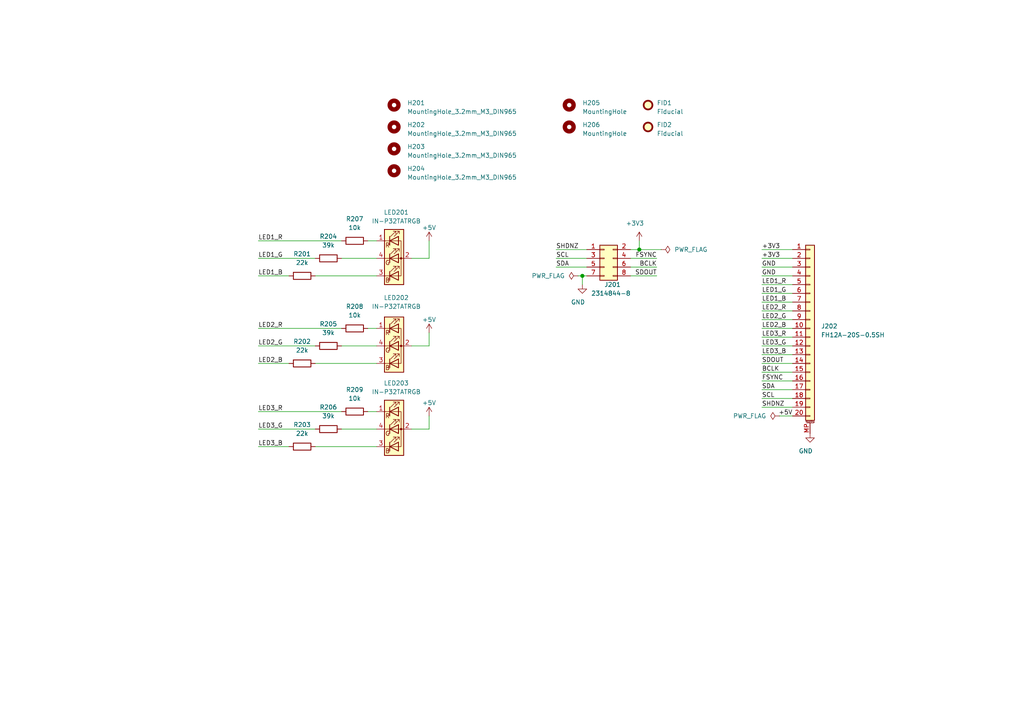
<source format=kicad_sch>
(kicad_sch (version 20221004) (generator eeschema)
  (paper "A4")
  (lib_symbols
    (symbol "Connector_Generic:Conn_02x04_Odd_Even" (pin_names (offset 1.016) hide)
      (property "Reference" "J" (at 1.27 5.08 0))
      (property "Value" "Conn_02x04_Odd_Even" (at 1.27 -7.62 0))
      (symbol "Conn_02x04_Odd_Even_1_1"
        (rectangle (start -1.27 -4.953) (end 0 -5.207) (stroke (width 0.1524)))
        (rectangle (start -1.27 -2.413) (end 0 -2.667) (stroke (width 0.1524)))
        (rectangle (start -1.27 0.127) (end 0 -0.127) (stroke (width 0.1524)))
        (rectangle (start -1.27 2.667) (end 0 2.413) (stroke (width 0.1524)))
        (rectangle (start -1.27 3.81) (end 3.81 -6.35) (stroke (width 0.254)) (fill (type background)))
        (rectangle (start 3.81 -4.953) (end 2.54 -5.207) (stroke (width 0.1524)))
        (rectangle (start 3.81 -2.413) (end 2.54 -2.667) (stroke (width 0.1524)))
        (rectangle (start 3.81 0.127) (end 2.54 -0.127) (stroke (width 0.1524)))
        (rectangle (start 3.81 2.667) (end 2.54 2.413) (stroke (width 0.1524)))
        (pin passive line (at -5.08 2.54 0) (length 3.81) (name "Pin_1") (number "1"))
        (pin passive line (at 7.62 2.54 180) (length 3.81) (name "Pin_2") (number "2"))
        (pin passive line (at -5.08 0 0) (length 3.81) (name "Pin_3") (number "3"))
        (pin passive line (at 7.62 0 180) (length 3.81) (name "Pin_4") (number "4"))
        (pin passive line (at -5.08 -2.54 0) (length 3.81) (name "Pin_5") (number "5"))
        (pin passive line (at 7.62 -2.54 180) (length 3.81) (name "Pin_6") (number "6"))
        (pin passive line (at -5.08 -5.08 0) (length 3.81) (name "Pin_7") (number "7"))
        (pin passive line (at 7.62 -5.08 180) (length 3.81) (name "Pin_8") (number "8"))
      )
    )
    (symbol "Connector_Generic_MountingPin:Conn_01x20_MountingPin" (pin_names (offset 1.016) hide)
      (property "Reference" "J" (at 0 25.4 0))
      (property "Value" "Conn_01x20_MountingPin" (at 1.27 -27.94 0))
      (symbol "Conn_01x20_MountingPin_1_1"
        (rectangle (start -1.27 -25.273) (end 0 -25.527) (stroke (width 0.1524)))
        (rectangle (start -1.27 -22.733) (end 0 -22.987) (stroke (width 0.1524)))
        (rectangle (start -1.27 -20.193) (end 0 -20.447) (stroke (width 0.1524)))
        (rectangle (start -1.27 -17.653) (end 0 -17.907) (stroke (width 0.1524)))
        (rectangle (start -1.27 -15.113) (end 0 -15.367) (stroke (width 0.1524)))
        (rectangle (start -1.27 -12.573) (end 0 -12.827) (stroke (width 0.1524)))
        (rectangle (start -1.27 -10.033) (end 0 -10.287) (stroke (width 0.1524)))
        (rectangle (start -1.27 -7.493) (end 0 -7.747) (stroke (width 0.1524)))
        (rectangle (start -1.27 -4.953) (end 0 -5.207) (stroke (width 0.1524)))
        (rectangle (start -1.27 -2.413) (end 0 -2.667) (stroke (width 0.1524)))
        (rectangle (start -1.27 0.127) (end 0 -0.127) (stroke (width 0.1524)))
        (rectangle (start -1.27 2.667) (end 0 2.413) (stroke (width 0.1524)))
        (rectangle (start -1.27 5.207) (end 0 4.953) (stroke (width 0.1524)))
        (rectangle (start -1.27 7.747) (end 0 7.493) (stroke (width 0.1524)))
        (rectangle (start -1.27 10.287) (end 0 10.033) (stroke (width 0.1524)))
        (rectangle (start -1.27 12.827) (end 0 12.573) (stroke (width 0.1524)))
        (rectangle (start -1.27 15.367) (end 0 15.113) (stroke (width 0.1524)))
        (rectangle (start -1.27 17.907) (end 0 17.653) (stroke (width 0.1524)))
        (rectangle (start -1.27 20.447) (end 0 20.193) (stroke (width 0.1524)))
        (rectangle (start -1.27 22.987) (end 0 22.733) (stroke (width 0.1524)))
        (rectangle (start -1.27 24.13) (end 1.27 -26.67) (stroke (width 0.254)) (fill (type background)))
        (polyline (pts (xy -1.016 -27.432) (xy 1.016 -27.432)) (stroke (width 0.1524)))
        (text "Mounting" (at 0 -27.051 0) (effects (font (size 0.381 0.381))))
        (pin passive line (at -5.08 22.86 0) (length 3.81) (name "Pin_1") (number "1"))
        (pin passive line (at -5.08 0 0) (length 3.81) (name "Pin_10") (number "10"))
        (pin passive line (at -5.08 -2.54 0) (length 3.81) (name "Pin_11") (number "11"))
        (pin passive line (at -5.08 -5.08 0) (length 3.81) (name "Pin_12") (number "12"))
        (pin passive line (at -5.08 -7.62 0) (length 3.81) (name "Pin_13") (number "13"))
        (pin passive line (at -5.08 -10.16 0) (length 3.81) (name "Pin_14") (number "14"))
        (pin passive line (at -5.08 -12.7 0) (length 3.81) (name "Pin_15") (number "15"))
        (pin passive line (at -5.08 -15.24 0) (length 3.81) (name "Pin_16") (number "16"))
        (pin passive line (at -5.08 -17.78 0) (length 3.81) (name "Pin_17") (number "17"))
        (pin passive line (at -5.08 -20.32 0) (length 3.81) (name "Pin_18") (number "18"))
        (pin passive line (at -5.08 -22.86 0) (length 3.81) (name "Pin_19") (number "19"))
        (pin passive line (at -5.08 20.32 0) (length 3.81) (name "Pin_2") (number "2"))
        (pin passive line (at -5.08 -25.4 0) (length 3.81) (name "Pin_20") (number "20"))
        (pin passive line (at -5.08 17.78 0) (length 3.81) (name "Pin_3") (number "3"))
        (pin passive line (at -5.08 15.24 0) (length 3.81) (name "Pin_4") (number "4"))
        (pin passive line (at -5.08 12.7 0) (length 3.81) (name "Pin_5") (number "5"))
        (pin passive line (at -5.08 10.16 0) (length 3.81) (name "Pin_6") (number "6"))
        (pin passive line (at -5.08 7.62 0) (length 3.81) (name "Pin_7") (number "7"))
        (pin passive line (at -5.08 5.08 0) (length 3.81) (name "Pin_8") (number "8"))
        (pin passive line (at -5.08 2.54 0) (length 3.81) (name "Pin_9") (number "9"))
        (pin passive line (at 0 -30.48 90) (length 3.048) (name "MountPin") (number "MP"))
      )
    )
    (symbol "Device:LED_RABG" (pin_names (offset 0) hide)
      (property "Reference" "D" (at 0 9.398 0))
      (property "Value" "LED_RABG" (at 0 -8.89 0))
      (symbol "LED_RABG_0_0"
        (text "B" (at -1.905 -6.35 0) (effects (font (size 1.27 1.27))))
        (text "G" (at -1.905 -1.27 0) (effects (font (size 1.27 1.27))))
        (text "R" (at -1.905 3.81 0) (effects (font (size 1.27 1.27))))
      )
      (symbol "LED_RABG_0_1"
        (polyline (pts (xy -1.27 -5.08) (xy -2.54 -5.08)))
        (polyline (pts (xy -1.27 -5.08) (xy 1.27 -5.08)))
        (polyline (pts (xy -1.27 -3.81) (xy -1.27 -6.35)) (stroke (width 0.254)))
        (polyline (pts (xy -1.27 0) (xy -2.54 0)))
        (polyline (pts (xy -1.27 1.27) (xy -1.27 -1.27)) (stroke (width 0.254)))
        (polyline (pts (xy -1.27 5.08) (xy -2.54 5.08)))
        (polyline (pts (xy -1.27 5.08) (xy 1.27 5.08)))
        (polyline (pts (xy -1.27 6.35) (xy -1.27 3.81)) (stroke (width 0.254)))
        (polyline (pts (xy 1.27 0) (xy -1.27 0)))
        (polyline (pts (xy 1.27 0) (xy 2.54 0)))
        (polyline (pts (xy -1.27 1.27) (xy -1.27 -1.27) (xy -1.27 -1.27)))
        (polyline (pts (xy -1.27 6.35) (xy -1.27 3.81) (xy -1.27 3.81)))
        (polyline (pts (xy 1.27 -5.08) (xy 2.032 -5.08) (xy 2.032 5.08) (xy 1.27 5.08)))
        (polyline (pts (xy 1.27 -3.81) (xy 1.27 -6.35) (xy -1.27 -5.08) (xy 1.27 -3.81)) (stroke (width 0.254)))
        (polyline (pts (xy 1.27 1.27) (xy 1.27 -1.27) (xy -1.27 0) (xy 1.27 1.27)) (stroke (width 0.254)))
        (polyline (pts (xy 1.27 6.35) (xy 1.27 3.81) (xy -1.27 5.08) (xy 1.27 6.35)) (stroke (width 0.254)))
        (polyline (pts (xy -1.016 -3.81) (xy 0.508 -2.286) (xy -0.254 -2.286) (xy 0.508 -2.286) (xy 0.508 -3.048)))
        (polyline (pts (xy -1.016 1.27) (xy 0.508 2.794) (xy -0.254 2.794) (xy 0.508 2.794) (xy 0.508 2.032)))
        (polyline (pts (xy -1.016 6.35) (xy 0.508 7.874) (xy -0.254 7.874) (xy 0.508 7.874) (xy 0.508 7.112)))
        (polyline (pts (xy 0 -3.81) (xy 1.524 -2.286) (xy 0.762 -2.286) (xy 1.524 -2.286) (xy 1.524 -3.048)))
        (polyline (pts (xy 0 1.27) (xy 1.524 2.794) (xy 0.762 2.794) (xy 1.524 2.794) (xy 1.524 2.032)))
        (polyline (pts (xy 0 6.35) (xy 1.524 7.874) (xy 0.762 7.874) (xy 1.524 7.874) (xy 1.524 7.112)))
        (rectangle (start 1.27 -1.27) (end 1.27 1.27))
        (rectangle (start 1.27 1.27) (end 1.27 1.27))
        (rectangle (start 1.27 3.81) (end 1.27 6.35))
        (rectangle (start 1.27 6.35) (end 1.27 6.35))
        (circle (center 2.032 0) (radius 0.254) (fill (type outline)))
        (rectangle (start 2.794 8.382) (end -2.794 -7.62) (stroke (width 0.254)) (fill (type background)))
      )
      (symbol "LED_RABG_1_1"
        (pin passive line (at -5.08 5.08 0) (length 2.54) (name "RK") (number "1"))
        (pin passive line (at 5.08 0 180) (length 2.54) (name "A") (number "2"))
        (pin passive line (at -5.08 -5.08 0) (length 2.54) (name "BK") (number "3"))
        (pin passive line (at -5.08 0 0) (length 2.54) (name "GK") (number "4"))
      )
    )
    (symbol "Device:R" (pin_numbers hide) (pin_names (offset 0))
      (property "Reference" "R" (at 2.032 0 90))
      (property "Value" "R" (at 0 0 90))
      (symbol "R_0_1"
        (rectangle (start -1.016 -2.54) (end 1.016 2.54) (stroke (width 0.254)))
      )
      (symbol "R_1_1"
        (pin passive line (at 0 3.81 270) (length 1.27) (name "~") (number "1"))
        (pin passive line (at 0 -3.81 90) (length 1.27) (name "~") (number "2"))
      )
    )
    (symbol "Mechanical:Fiducial"
      (property "Reference" "FID" (at 0 5.08 0))
      (property "Value" "Fiducial" (at 0 3.175 0))
      (symbol "Fiducial_0_1"
        (circle (center 0 0) (radius 1.27) (stroke (width 0.508)) (fill (type background)))
      )
    )
    (symbol "Mechanical:MountingHole" (pin_names (offset 1.016))
      (property "Reference" "H" (at 0 5.08 0))
      (property "Value" "MountingHole" (at 0 3.175 0))
      (symbol "MountingHole_0_1"
        (circle (center 0 0) (radius 1.27) (stroke (width 1.27)))
      )
    )
    (symbol "power:+3V3" (power) (pin_names (offset 0))
      (property "Value" "+3V3" (at 0 3.556 0))
      (symbol "+3V3_0_1"
        (polyline (pts (xy -0.762 1.27) (xy 0 2.54)))
        (polyline (pts (xy 0 0) (xy 0 2.54)))
        (polyline (pts (xy 0 2.54) (xy 0.762 1.27)))
      )
      (symbol "+3V3_1_1"
        (pin power_in line (at 0 0 90) (length 0) hide (name "+3V3") (number "1"))
      )
    )
    (symbol "power:+5V" (power) (pin_names (offset 0))
      (property "Value" "+5V" (at 0 3.556 0))
      (symbol "+5V_0_1"
        (polyline (pts (xy -0.762 1.27) (xy 0 2.54)))
        (polyline (pts (xy 0 0) (xy 0 2.54)))
        (polyline (pts (xy 0 2.54) (xy 0.762 1.27)))
      )
      (symbol "+5V_1_1"
        (pin power_in line (at 0 0 90) (length 0) hide (name "+5V") (number "1"))
      )
    )
    (symbol "power:GND" (power) (pin_names (offset 0))
      (property "Value" "GND" (at 0 -3.81 0))
      (symbol "GND_0_1"
        (polyline (pts (xy 0 0) (xy 0 -1.27) (xy 1.27 -1.27) (xy 0 -2.54) (xy -1.27 -1.27) (xy 0 -1.27)))
      )
      (symbol "GND_1_1"
        (pin power_in line (at 0 0 270) (length 0) hide (name "GND") (number "1"))
      )
    )
    (symbol "power:PWR_FLAG" (power) (pin_numbers hide) (pin_names (offset 0) hide)
      (property "Value" "PWR_FLAG" (at 0 3.81 0))
      (symbol "PWR_FLAG_0_0"
        (pin power_out line (at 0 0 90) (length 0) (name "pwr") (number "1"))
      )
      (symbol "PWR_FLAG_0_1"
        (polyline (pts (xy 0 0) (xy 0 1.27) (xy -1.016 1.905) (xy 0 2.54) (xy 1.016 1.905) (xy 0 1.27)))
      )
    )
  )
  (junction (at 168.91 80.01) (diameter 1.016))
  (junction (at 185.42 72.39) (diameter 1.016))
  (wire (pts (xy 119.38 124.46) (xy 124.46 124.46)))
  (wire (pts (xy 190.5 77.47) (xy 182.88 77.47)))
  (wire (pts (xy 74.93 119.38) (xy 99.06 119.38)))
  (wire (pts (xy 99.06 100.33) (xy 109.22 100.33)))
  (wire (pts (xy 170.18 80.01) (xy 168.91 80.01)))
  (wire (pts (xy 74.93 69.85) (xy 99.06 69.85)))
  (wire (pts (xy 220.98 118.11) (xy 229.87 118.11)))
  (wire (pts (xy 220.98 110.49) (xy 229.87 110.49)))
  (wire (pts (xy 220.98 115.57) (xy 229.87 115.57)))
  (wire (pts (xy 106.68 119.38) (xy 109.22 119.38)))
  (wire (pts (xy 91.44 80.01) (xy 109.22 80.01)))
  (wire (pts (xy 220.98 90.17) (xy 229.87 90.17)))
  (wire (pts (xy 74.93 95.25) (xy 99.06 95.25)))
  (wire (pts (xy 91.44 105.41) (xy 109.22 105.41)))
  (wire (pts (xy 220.98 77.47) (xy 229.87 77.47)))
  (wire (pts (xy 170.18 74.93) (xy 161.29 74.93)))
  (wire (pts (xy 220.98 100.33) (xy 229.87 100.33)))
  (wire (pts (xy 220.98 87.63) (xy 229.87 87.63)))
  (wire (pts (xy 220.98 85.09) (xy 229.87 85.09)))
  (wire (pts (xy 220.98 72.39) (xy 229.87 72.39)))
  (wire (pts (xy 190.5 74.93) (xy 182.88 74.93)))
  (wire (pts (xy 220.98 80.01) (xy 229.87 80.01)))
  (wire (pts (xy 220.98 105.41) (xy 229.87 105.41)))
  (wire (pts (xy 74.93 80.01) (xy 83.82 80.01)))
  (wire (pts (xy 91.44 129.54) (xy 109.22 129.54)))
  (wire (pts (xy 124.46 69.85) (xy 124.46 74.93)))
  (wire (pts (xy 220.98 92.71) (xy 229.87 92.71)))
  (wire (pts (xy 99.06 124.46) (xy 109.22 124.46)))
  (wire (pts (xy 74.93 129.54) (xy 83.82 129.54)))
  (wire (pts (xy 74.93 105.41) (xy 83.82 105.41)))
  (wire (pts (xy 106.68 95.25) (xy 109.22 95.25)))
  (wire (pts (xy 226.06 120.65) (xy 229.87 120.65)))
  (wire (pts (xy 220.98 74.93) (xy 229.87 74.93)))
  (wire (pts (xy 74.93 124.46) (xy 91.44 124.46)))
  (wire (pts (xy 190.5 80.01) (xy 182.88 80.01)))
  (wire (pts (xy 170.18 77.47) (xy 161.29 77.47)))
  (wire (pts (xy 220.98 107.95) (xy 229.87 107.95)))
  (wire (pts (xy 220.98 102.87) (xy 229.87 102.87)))
  (wire (pts (xy 168.91 80.01) (xy 168.91 82.55)))
  (wire (pts (xy 124.46 124.46) (xy 124.46 120.65)))
  (wire (pts (xy 185.42 69.85) (xy 185.42 72.39)))
  (wire (pts (xy 119.38 100.33) (xy 124.46 100.33)))
  (wire (pts (xy 74.93 74.93) (xy 91.44 74.93)))
  (wire (pts (xy 191.77 72.39) (xy 185.42 72.39)))
  (wire (pts (xy 220.98 97.79) (xy 229.87 97.79)))
  (wire (pts (xy 220.98 95.25) (xy 229.87 95.25)))
  (wire (pts (xy 124.46 100.33) (xy 124.46 96.52)))
  (wire (pts (xy 74.93 100.33) (xy 91.44 100.33)))
  (wire (pts (xy 185.42 72.39) (xy 182.88 72.39)))
  (wire (pts (xy 168.91 80.01) (xy 167.64 80.01)))
  (wire (pts (xy 106.68 69.85) (xy 109.22 69.85)))
  (wire (pts (xy 220.98 113.03) (xy 229.87 113.03)))
  (wire (pts (xy 119.38 74.93) (xy 124.46 74.93)))
  (wire (pts (xy 170.18 72.39) (xy 161.29 72.39)))
  (wire (pts (xy 99.06 74.93) (xy 109.22 74.93)))
  (wire (pts (xy 220.98 82.55) (xy 229.87 82.55)))
  (label "+3V3" (at 220.98 74.93 0))
  (label "BCLK" (at 190.5 77.47 180))
  (label "SDA" (at 220.98 113.03 0))
  (label "SDOUT" (at 220.98 105.41 0))
  (label "GND" (at 220.98 80.01 0))
  (label "LED1_B" (at 74.93 80.01 0))
  (label "LED1_G" (at 74.93 74.93 0))
  (label "LED2_B" (at 74.93 105.41 0))
  (label "SHDNZ" (at 220.98 118.11 0))
  (label "LED3_B" (at 220.98 102.87 0))
  (label "GND" (at 220.98 77.47 0))
  (label "SCL" (at 161.29 74.93 0))
  (label "LED3_B" (at 74.93 129.54 0))
  (label "SCL" (at 220.98 115.57 0))
  (label "+3V3" (at 220.98 72.39 0))
  (label "LED1_B" (at 220.98 87.63 0))
  (label "SDOUT" (at 190.5 80.01 180))
  (label "LED3_R" (at 220.98 97.79 0))
  (label "LED2_G" (at 74.93 100.33 0))
  (label "BCLK" (at 220.98 107.95 0))
  (label "LED1_G" (at 220.98 85.09 0))
  (label "LED1_R" (at 220.98 82.55 0))
  (label "LED1_R" (at 74.93 69.85 0))
  (label "LED2_B" (at 220.98 95.25 0))
  (label "+5V" (at 229.87 120.65 180))
  (label "LED2_G" (at 220.98 92.71 0))
  (label "FSYNC" (at 190.5 74.93 180))
  (label "LED3_G" (at 74.93 124.46 0))
  (label "LED3_G" (at 220.98 100.33 0))
  (label "LED2_R" (at 220.98 90.17 0))
  (label "SHDNZ" (at 161.29 72.39 0))
  (label "SDA" (at 161.29 77.47 0))
  (label "LED3_R" (at 74.93 119.38 0))
  (label "LED2_R" (at 74.93 95.25 0))
  (label "FSYNC" (at 220.98 110.49 0))
  (symbol (lib_id "Device:LED_RABG") (at 114.3 124.46 0) (unit 1)
    (property "Reference" "LED203" (at 114.935 111.125 0))
    (property "Value" "IN-P32TATRGB" (at 114.935 113.665 0))
    (property "Footprint" "LED_SMD:LED_Avago_PLCC4_3.2x2.8mm_CW" (effects hide))
  )
  (symbol (lib_id "Device:LED_RABG") (at 114.3 100.33 0) (unit 1)
    (property "Reference" "LED202" (at 114.935 86.36 0))
    (property "Value" "IN-P32TATRGB" (at 114.935 88.9 0))
    (property "Footprint" "LED_SMD:LED_Avago_PLCC4_3.2x2.8mm_CW" (effects hide))
  )
  (symbol (lib_id "power:+5V") (at 124.46 96.52 0) (unit 1)
    (property "Reference" "#PWR0102" (effects hide))
    (property "Value" "+5V" (at 124.46 92.71 0))
  )
  (symbol (lib_id "Mechanical:MountingHole") (at 165.1 36.83 0) (unit 1) (in_bom no)
    (property "Reference" "H206" (at 168.91 36.1949 0) (effects (justify left)))
    (property "Value" "MountingHole" (at 168.91 38.7349 0) (effects (justify left)))
    (property "Footprint" "jeffmakes-footprints:MountingHole_2.0mm" (effects hide))
  )
  (symbol (lib_id "Mechanical:MountingHole") (at 114.3 30.48 0) (unit 1) (in_bom no)
    (property "Reference" "H201" (at 118.11 29.8449 0) (effects (justify left)))
    (property "Value" "MountingHole_3.2mm_M3_DIN965" (at 118.11 32.3849 0) (effects (justify left)))
    (property "Footprint" "jeffmakes-footprints:MountingHole_3.2mm_M3_DIN965_no_soldermask" (effects hide))
  )
  (symbol (lib_id "Mechanical:MountingHole") (at 114.3 36.83 0) (unit 1) (in_bom no)
    (property "Reference" "H202" (at 118.11 36.1949 0) (effects (justify left)))
    (property "Value" "MountingHole_3.2mm_M3_DIN965" (at 118.11 38.7349 0) (effects (justify left)))
    (property "Footprint" "jeffmakes-footprints:MountingHole_3.2mm_M3_DIN965_no_soldermask" (effects hide))
  )
  (symbol (lib_id "power:PWR_FLAG") (at 191.77 72.39 270) (unit 1)
    (property "Reference" "#FLG0101" (effects hide))
    (property "Value" "PWR_FLAG" (at 195.58 72.39 90) (effects (justify left)))
  )
  (symbol (lib_id "Mechanical:MountingHole") (at 114.3 49.53 0) (unit 1) (in_bom no)
    (property "Reference" "H204" (at 118.11 48.8949 0) (effects (justify left)))
    (property "Value" "MountingHole_3.2mm_M3_DIN965" (at 118.11 51.4349 0) (effects (justify left)))
    (property "Footprint" "jeffmakes-footprints:MountingHole_3.2mm_M3_DIN965_no_soldermask" (effects hide))
  )
  (symbol (lib_id "Device:R") (at 102.87 69.85 90) (unit 1)
    (property "Reference" "R207" (at 102.87 63.5 90))
    (property "Value" "10k" (at 102.87 66.04 90))
    (property "Footprint" "Resistor_SMD:R_0603_1608Metric" (effects hide))
  )
  (symbol (lib_id "power:PWR_FLAG") (at 226.06 120.65 90) (unit 1)
    (property "Reference" "#FLG0103" (effects hide))
    (property "Value" "PWR_FLAG" (at 222.25 120.65 90) (effects (justify left)))
  )
  (symbol (lib_id "Mechanical:Fiducial") (at 187.96 36.83 0) (unit 1) (in_bom no)
    (property "Reference" "FID2" (at 190.5 36.1949 0) (effects (justify left)))
    (property "Value" "Fiducial" (at 190.5 38.7349 0) (effects (justify left)))
    (property "Footprint" "Fiducial:Fiducial_1mm_Mask2mm" (effects hide))
  )
  (symbol (lib_id "power:PWR_FLAG") (at 167.64 80.01 90) (mirror x) (unit 1)
    (property "Reference" "#FLG0102" (effects hide))
    (property "Value" "PWR_FLAG" (at 163.83 80.01 90) (effects (justify left)))
  )
  (symbol (lib_id "Device:R") (at 87.63 105.41 90) (unit 1)
    (property "Reference" "R202" (at 87.63 99.06 90))
    (property "Value" "22k" (at 87.63 101.6 90))
    (property "Footprint" "Resistor_SMD:R_0603_1608Metric" (effects hide))
  )
  (symbol (lib_id "power:GND") (at 234.95 125.73 0) (mirror y) (unit 1)
    (property "Reference" "#PWR0106" (effects hide))
    (property "Value" "GND" (at 233.68 130.81 0))
  )
  (symbol (lib_id "Device:R") (at 87.63 129.54 90) (unit 1)
    (property "Reference" "R203" (at 87.63 123.19 90))
    (property "Value" "22k" (at 87.63 125.73 90))
    (property "Footprint" "Resistor_SMD:R_0603_1608Metric" (effects hide))
  )
  (symbol (lib_id "power:GND") (at 168.91 82.55 0) (mirror y) (unit 1)
    (property "Reference" "#PWR0104" (effects hide))
    (property "Value" "GND" (at 167.64 87.63 0))
  )
  (symbol (lib_id "Device:R") (at 102.87 119.38 90) (unit 1)
    (property "Reference" "R209" (at 102.87 113.03 90))
    (property "Value" "10k" (at 102.87 115.57 90))
    (property "Footprint" "Resistor_SMD:R_0603_1608Metric" (effects hide))
  )
  (symbol (lib_id "Mechanical:MountingHole") (at 114.3 43.18 0) (unit 1) (in_bom no)
    (property "Reference" "H203" (at 118.11 42.5449 0) (effects (justify left)))
    (property "Value" "MountingHole_3.2mm_M3_DIN965" (at 118.11 45.0849 0) (effects (justify left)))
    (property "Footprint" "jeffmakes-footprints:MountingHole_3.2mm_M3_DIN965_no_soldermask" (effects hide))
  )
  (symbol (lib_id "power:+5V") (at 124.46 69.85 0) (unit 1)
    (property "Reference" "#PWR0101" (effects hide))
    (property "Value" "+5V" (at 124.46 66.04 0))
  )
  (symbol (lib_id "power:+5V") (at 124.46 120.65 0) (unit 1)
    (property "Reference" "#PWR0103" (effects hide))
    (property "Value" "+5V" (at 124.46 116.84 0))
  )
  (symbol (lib_id "Device:R") (at 95.25 100.33 90) (unit 1)
    (property "Reference" "R205" (at 95.25 93.98 90))
    (property "Value" "39k" (at 95.25 96.52 90))
    (property "Footprint" "Resistor_SMD:R_0603_1608Metric" (effects hide))
  )
  (symbol (lib_id "Device:R") (at 102.87 95.25 90) (unit 1)
    (property "Reference" "R208" (at 102.87 88.9 90))
    (property "Value" "10k" (at 102.87 91.44 90))
    (property "Footprint" "Resistor_SMD:R_0603_1608Metric" (effects hide))
  )
  (symbol (lib_id "Mechanical:MountingHole") (at 165.1 30.48 0) (unit 1) (in_bom no)
    (property "Reference" "H205" (at 168.91 29.8449 0) (effects (justify left)))
    (property "Value" "MountingHole" (at 168.91 32.3849 0) (effects (justify left)))
    (property "Footprint" "jeffmakes-footprints:MountingHole_2.0mm" (effects hide))
  )
  (symbol (lib_id "Mechanical:Fiducial") (at 187.96 30.48 0) (unit 1) (in_bom no)
    (property "Reference" "FID1" (at 190.5 29.8449 0) (effects (justify left)))
    (property "Value" "Fiducial" (at 190.5 32.3849 0) (effects (justify left)))
    (property "Footprint" "Fiducial:Fiducial_1mm_Mask2mm" (effects hide))
  )
  (symbol (lib_id "Device:R") (at 95.25 74.93 90) (unit 1)
    (property "Reference" "R204" (at 95.25 68.58 90))
    (property "Value" "39k" (at 95.25 71.12 90))
    (property "Footprint" "Resistor_SMD:R_0603_1608Metric" (effects hide))
  )
  (symbol (lib_id "Device:R") (at 95.25 124.46 90) (unit 1)
    (property "Reference" "R206" (at 95.25 118.11 90))
    (property "Value" "39k" (at 95.25 120.65 90))
    (property "Footprint" "Resistor_SMD:R_0603_1608Metric" (effects hide))
  )
  (symbol (lib_id "power:+3V3") (at 185.42 69.85 0) (mirror y) (unit 1)
    (property "Reference" "#PWR0105" (effects hide))
    (property "Value" "+3V3" (at 184.15 64.77 0))
  )
  (symbol (lib_id "Device:R") (at 87.63 80.01 90) (unit 1)
    (property "Reference" "R201" (at 87.63 73.66 90))
    (property "Value" "22k" (at 87.63 76.2 90))
    (property "Footprint" "Resistor_SMD:R_0603_1608Metric" (effects hide))
  )
  (symbol (lib_id "Connector_Generic_MountingPin:Conn_01x20_MountingPin") (at 234.95 95.25 0) (unit 1)
    (property "Reference" "J202" (at 238.125 94.615 0) (effects (justify left)))
    (property "Value" "FH12A-20S-0.5SH" (at 238.125 97.155 0) (effects (justify left)))
    (property "Footprint" "Connector_FFC-FPC:Hirose_FH12-20S-0.5SH_1x20-1MP_P0.50mm_Horizontal" (effects hide))
  )
  (symbol (lib_id "Connector_Generic:Conn_02x04_Odd_Even") (at 175.26 74.93 0) (unit 1)
    (property "Reference" "J201" (at 175.26 82.55 0) (effects (justify left)))
    (property "Value" "2314844-8" (at 171.45 85.09 0) (effects (justify left)))
    (property "Footprint" "jeffmakes-footprints:PinSocket_2x04_P2.00mm_Vertical_SMD_Bottom_or_Top_Entry_AMPMODU" (effects hide))
  )
  (symbol (lib_id "Device:LED_RABG") (at 114.3 74.93 0) (unit 1)
    (property "Reference" "LED201" (at 114.935 61.595 0))
    (property "Value" "IN-P32TATRGB" (at 114.935 64.135 0))
    (property "Footprint" "LED_SMD:LED_Avago_PLCC4_3.2x2.8mm_CW" (effects hide))
  )
)
</source>
